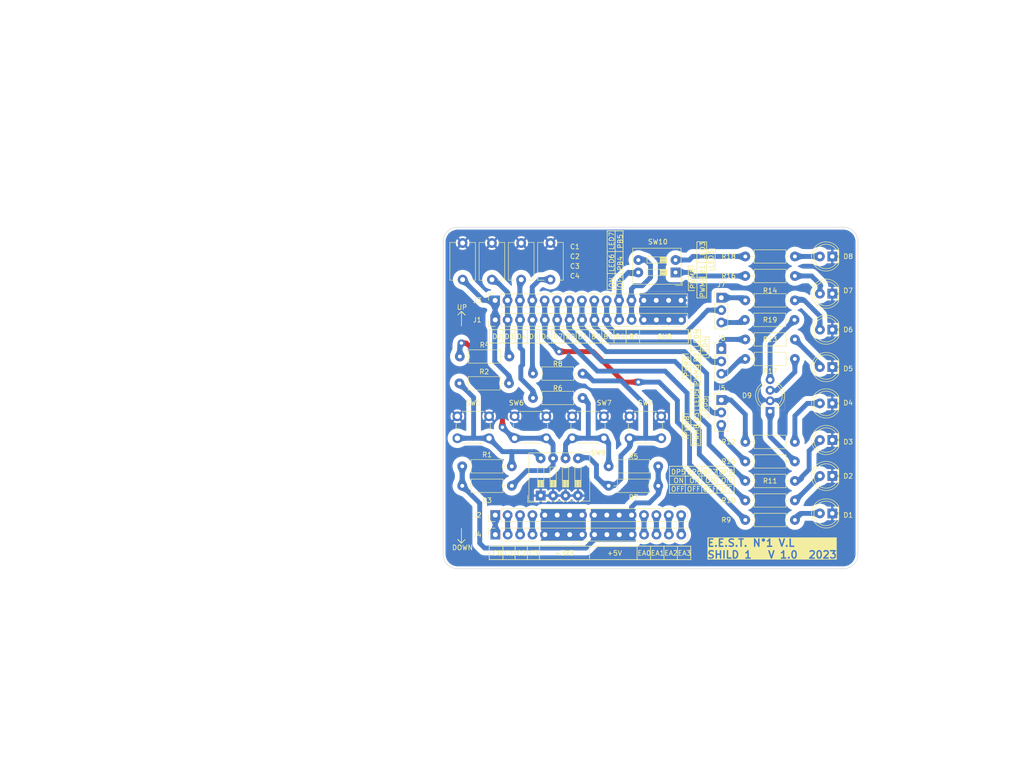
<source format=kicad_pcb>
(kicad_pcb (version 20221018) (generator pcbnew)
  (title_block (title "Shild 1") (date "2023-02-03") (rev "Rev. 2.0") (company "E.E.S.T. N°1 V.L."))
  (layers (0 "F.Cu" signal) (31 "B.Cu" signal) (34 "B.Paste" user) (35 "F.Paste" user) (36 "B.SilkS" user "B.Silkscreen") (37 "F.SilkS" user "F.Silkscreen") (38 "B.Mask" user) (39 "F.Mask" user) (44 "Edge.Cuts" user))
  (net 0 "")
  (net 1 "/PD2{slash}SW5{slash}DP5")
  (net 2 "/PD3{slash}SW6{slash}DP6")
  (net 3 "GND")
  (net 4 "/PD4{slash}SW7{slash}DP7")
  (net 5 "/PD5{slash}SW8{slash}DP8")
  (net 6 "/PD6{slash}LED0")
  (net 7 "+3.3V")
  (net 8 "/PC0")
  (net 9 "/PC1")
  (net 10 "/PC2")
  (net 11 "/PC3")
  (net 12 "+5V")
  (net 13 "/EAE0")
  (net 14 "/EAE1")
  (net 15 "/EAE2")
  (net 16 "/EAE3")
  (net 17 "/PD7{slash}LED1")
  (net 18 "/PB0{slash}LED2")
  (net 19 "/LED3")
  (net 20 "/LED4")
  (net 21 "/LED5")
  (net 22 "/LED6")
  (net 23 "/LED7")
  (net 24 "Net-(D9-RA)")
  (net 25 "Net-(D9-GA)")
  (net 26 "Net-(D9-BA)")
  (net 27 "/PB1")
  (net 28 "/PB2")
  (net 29 "/PB3")
  (net 30 "/PB4")
  (net 31 "/PB5")
  (net 32 "/PWM-R")
  (net 33 "/PWM-G")
  (net 34 "/PWM-B")
  (net 35 "/DP5")
  (net 36 "/DP6")
  (net 37 "/DP7")
  (net 38 "/DP8")
  (net 39 "Net-(D1-A)")
  (net 40 "Net-(D2-A)")
  (net 41 "Net-(D3-A)")
  (net 42 "Net-(D4-A)")
  (net 43 "Net-(D5-A)")
  (net 44 "Net-(D6-A)")
  (net 45 "Net-(D7-A)")
  (net 46 "Net-(D8-A)")
  (footprint "Button_Switch_THT:SW_DIP_SPSTx04_Slide_9.78x12.34mm_W7.62mm_P2.54mm" (layer "F.Cu") (at 137.05 125.25 90)
    (fp_text reference "SW9")
    (fp_text value "SW_DIP_x04")
  )
  (footprint "LED_THT:LED_D5.0mm-4_RGB_Wide_Pins" (layer "F.Cu") (at 184.05 107.99 90)
    (fp_text reference "D9")
    (fp_text value "LED_RKGB")
  )
  (footprint "LED_THT:LED_D5.0mm" (layer "F.Cu") (at 196.8 91.25 180)
    (fp_text reference "D6")
    (fp_text value "LED5")
  )
  (footprint "Resistor_THT:R_Axial_DIN0207_L6.3mm_D2.5mm_P10.16mm_Horizontal" (layer "F.Cu") (at 120.97 119.25)
    (fp_text reference "R1")
    (fp_text value "10K 5%")
  )
  (footprint "Resistor_THT:R_Axial_DIN0207_L6.3mm_D2.5mm_P10.16mm_Horizontal" (layer "F.Cu") (at 145.63 100.25 180)
    (fp_text reference "R8")
    (fp_text value "10k 5%")
  )
  (footprint "Resistor_THT:R_Axial_DIN0207_L6.3mm_D2.5mm_P10.16mm_Horizontal" (layer "F.Cu") (at 120.47 96.75)
    (fp_text reference "R4")
    (fp_text value "10k 5%")
  )
  (footprint "LED_THT:LED_D5.0mm" (layer "F.Cu") (at 196.8 83.88 180)
    (fp_text reference "D7")
    (fp_text value "LED6")
  )
  (footprint "Button_Switch_THT:SW_DIP_SPSTx02_Slide_9.78x7.26mm_W7.62mm_P2.54mm" (layer "F.Cu") (at 164.67 79.525 180)
    (fp_text reference "SW10")
    (fp_text value "SW_DIP_x02")
  )
  (footprint "Resistor_THT:R_Axial_DIN0207_L6.3mm_D2.5mm_P10.16mm_Horizontal" (layer "F.Cu") (at 120.39 102.25)
    (fp_text reference "R2")
    (fp_text value "10k 5%")
  )
  (footprint "LED_THT:LED_D5.0mm" (layer "F.Cu") (at 196.8 128.9 180)
    (fp_text reference "D1")
    (fp_text value "LED0")
  )
  (footprint "LED_THT:LED_D5.0mm" (layer "F.Cu") (at 196.8 121.23 180)
    (fp_text reference "D2")
    (fp_text value "LED1")
  )
  (footprint "Resistor_THT:R_Axial_DIN0207_L6.3mm_D2.5mm_P10.16mm_Horizontal" (layer "F.Cu") (at 178.97 114.25)
    (fp_text reference "R12")
    (fp_text value "220")
  )
  (footprint "Resistor_THT:R_Axial_DIN0207_L6.3mm_D2.5mm_P10.16mm_Horizontal" (layer "F.Cu") (at 178.89 89.25)
    (fp_text reference "R19")
    (fp_text value "220")
  )
  (footprint "LED_THT:LED_D5.0mm" (layer "F.Cu") (at 196.8 76.25 180)
    (fp_text reference "D8")
    (fp_text value "LED7")
  )
  (footprint "Resistor_THT:R_Axial_DIN0207_L6.3mm_D2.5mm_P10.16mm_Horizontal" (layer "F.Cu") (at 178.97 93.25)
    (fp_text reference "R13")
    (fp_text value "220")
  )
  (footprint "Connector_PinHeader_2.54mm:PinHeader_1x16_P2.54mm_Vertical" (layer "F.Cu") (at 127.73 129.25 90)
    (fp_text reference "J2")
    (fp_text value "Conn_01x16 Hembra")
  )
  (footprint "LED_THT:LED_D5.0mm" (layer "F.Cu") (at 196.8 98.92 180)
    (fp_text reference "D5")
    (fp_text value "LED4")
  )
  (footprint "Resistor_THT:R_Axial_DIN0207_L6.3mm_D2.5mm_P10.16mm_Horizontal" (layer "F.Cu") (at 178.97 130.25)
    (fp_text reference "R9")
    (fp_text value "220")
  )
  (footprint "Capacitor_THT:C_Disc_D7.5mm_W5.0mm_P7.50mm" (layer "F.Cu") (at 127.05 81 90)
    (fp_text reference "C2")
    (fp_text value "100nF poliester ")
  )
  (footprint "Connector_PinHeader_2.54mm:PinHeader_1x03_P2.54mm_Vertical" (layer "F.Cu") (at 174.05 105.67)
    (fp_text reference "J5")
    (fp_text value "Conn_01x03 Macho")
  )
  (footprint "Resistor_THT:R_Axial_DIN0207_L6.3mm_D2.5mm_P10.16mm_Horizontal" (layer "F.Cu") (at 161.13 123.25 180)
    (fp_text reference "R7")
    (fp_text value "10K 5%")
  )
  (footprint "Resistor_THT:R_Axial_DIN0207_L6.3mm_D2.5mm_P10.16mm_Horizontal" (layer "F.Cu") (at 178.97 85.25)
    (fp_text reference "R14")
    (fp_text value "220")
  )
  (footprint "Resistor_THT:R_Axial_DIN0207_L6.3mm_D2.5mm_P10.16mm_Horizontal" (layer "F.Cu") (at 178.97 97.25)
    (fp_text reference "R17")
    (fp_text value "220")
  )
  (footprint "Resistor_THT:R_Axial_DIN0207_L6.3mm_D2.5mm_P10.16mm_Horizontal" (layer "F.Cu") (at 161.13 119.25 180)
    (fp_text reference "R5")
    (fp_text value "10K 5%")
  )
  (footprint "Connector_PinHeader_2.54mm:PinHeader_1x16_P2.54mm_Vertical" (layer "F.Cu") (at 127.73 89.25 90)
    (fp_text reference "J1")
    (fp_text value "Conn_01x16 Hembra")
  )
  (footprint "Resistor_THT:R_Axial_DIN0207_L6.3mm_D2.5mm_P10.16mm_Horizontal" (layer "F.Cu") (at 145.63 105.25 180)
    (fp_text reference "R6")
    (fp_text value "10k 5%")
  )
  (footprint "Resistor_THT:R_Axial_DIN0207_L6.3mm_D2.5mm_P10.16mm_Horizontal" (layer "F.Cu") (at 178.97 118.25)
    (fp_text reference "R15")
    (fp_text value "220")
  )
  (footprint "Button_Switch_THT:SW_PUSH_6mm_H8mm" (layer "F.Cu") (at 119.97 109)
    (fp_text reference "SW5")
    (fp_text value "SW_Push")
  )
  (footprint "Resistor_THT:R_Axial_DIN0207_L6.3mm_D2.5mm_P10.16mm_Horizontal" (layer "F.Cu") (at 120.97 123.25)
    (fp_text reference "R3")
    (fp_text value "10K 5%")
  )
  (footprint "Capacitor_THT:C_Disc_D7.5mm_W5.0mm_P7.50mm" (layer "F.Cu") (at 139.05 81 90)
    (fp_text reference "C4")
    (fp_text value "100nF poliester ")
  )
  (footprint "Connector_PinHeader_2.54mm:PinHeader_1x03_P2.54mm_Vertical" (layer "F.Cu") (at 174.05 95.21)
    (fp_text reference "J6")
    (fp_text value "Conn_01x03 Macho")
  )
  (footprint "Resistor_THT:R_Axial_DIN0207_L6.3mm_D2.5mm_P10.16mm_Horizontal" (layer "F.Cu") (at 178.97 122.25)
    (fp_text reference "R11")
    (fp_text value "220")
  )
  (footprint "Connector_PinSocket_2.54mm:PinSocket_1x16_P2.54mm_Vertical" (layer "F.Cu") (at 127.7 85.25 90)
    (fp_text reference "J3")
    (fp_text value "Conn_01x16 Hembra")
  )
  (footprint "Resistor_THT:R_Axial_DIN0207_L6.3mm_D2.5mm_P10.16mm_Horizontal" (layer "F.Cu") (at 178.97 76.25)
    (fp_text reference "R18")
    (fp_text value "220")
  )
  (footprint "Button_Switch_THT:SW_PUSH_6mm_H8mm" (layer "F.Cu") (at 131.7 109)
    (fp_text reference "SW6")
    (fp_text value "SW_Push")
  )
  (footprint "Resistor_THT:R_Axial_DIN0207_L6.3mm_D2.5mm_P10.16mm_Horizontal" (layer "F.Cu") (at 178.97 80.25)
    (fp_text reference "R16")
    (fp_text value "220")
  )
  (footprint "Connector_PinHeader_2.54mm:PinHeader_1x03_P2.54mm_Vertical" (layer "F.Cu") (at 174.05 84.71)
    (fp_text reference "J7")
    (fp_text value "Conn_01x03 Macho")
  )
  (footprint "Capacitor_THT:C_Disc_D7.5mm_W5.0mm_P7.50mm" (layer "F.Cu") (at 121.05 81 90)
    (fp_text reference "C1")
    (fp_text value "100nF poliester ")
  )
  (footprint "LED_THT:LED_D5.0mm" (layer "F.Cu") (at 196.8 113.86 180)
    (fp_text reference "D3")
    (fp_text value "LED2")
  )
  (footprint "Resistor_THT:R_Axial_DIN0207_L6.3mm_D2.5mm_P10.16mm_Horizontal" (layer "F.Cu") (at 178.97 126.25)
    (fp_text reference "R10")
    (fp_text value "220")
  )
  (footprint "LED_THT:LED_D5.0mm" (layer "F.Cu") (at 196.8 106.36 180)
    (fp_text reference "D4")
    (fp_text value "LED3")
  )
  (footprint "Button_Switch_THT:SW_PUSH_6mm_H8mm" (layer "F.Cu") (at 155.25 109)
    (fp_text reference "SW8")
    (fp_text value "SW_Push")
  )
  (footprint "Button_Switch_THT:SW_PUSH_6mm_H8mm" (layer "F.Cu") (at 143.5 109)
    (fp_text reference "SW7")
    (fp_text value "SW_Push")
  )
  (footprint "Capacitor_THT:C_Disc_D7.5mm_W5.0mm_P7.50mm" (layer "F.Cu") (at 133.05 81 90)
    (fp_text reference "C3")
    (fp_text value "100nF poliester ")
  )
  (footprint "Connector_PinSocket_2.54mm:PinSocket_1x16_P2.54mm_Vertical" (layer "F.Cu") (at 127.75 133.25 90)
    (fp_text reference "J4")
    (fp_text value "Conn_01x16 Hembra")
  )
  (gr_line (start 171.55 109.25) (end 170.3 109.25) (stroke (width 0.15)) (layer "F.SilkS"))
  (gr_line (start 153.925 71) (end 150.675 71) (stroke (width 0.15)) (layer "F.SilkS"))
  (gr_line (start 167.3 101.25) (end 166.05 101.25) (stroke (width 0.15)) (layer "F.SilkS"))
  (gr_line (start 169.8 91.25) (end 169.8 102.75) (stroke (width 0.15)) (layer "F.SilkS"))
  (gr_line (start 172.8 79) (end 171.55 79) (stroke (width 0.15)) (layer "F.SilkS"))
  (gr_line (start 167.8 95.5) (end 169.8 95.5) (stroke (width 0.15)) (layer "F.SilkS"))
  (gr_line (start 149.55 94) (end 149.55 91.25) (stroke (width 0.15)) (layer "F.SilkS"))
  (gr_line (start 159.55 138.375) (end 159.55 135.625) (stroke (width 0.15)) (layer "F.SilkS"))
  (gr_line (start 171.05 73.25) (end 171.05 84.75) (stroke (width 0.15)) (layer "F.SilkS"))
  (gr_line (start 167.8 98.5) (end 169.8 98.5) (stroke (width 0.15)) (layer "F.SilkS"))
  (gr_line (start 150.675 71) (end 150.675 83) (stroke (width 0.15)) (layer "F.SilkS"))
  (gr_line (start 134.3 94) (end 134.3 91.25) (stroke (width 0.15)) (layer "F.SilkS"))
  (gr_line (start 129.3 94) (end 129.3 91.25) (stroke (width 0.15)) (layer "F.SilkS"))
  (gr_line (start 167.3 113.5) (end 166.05 113.5) (stroke (width 0.15)) (layer "F.SilkS"))
  (gr_line (start 154.55 94) (end 154.55 91.25) (stroke (width 0.15)) (layer "F.SilkS"))
  (gr_line (start 136.8 94) (end 136.8 91.25) (stroke (width 0.15)) (layer "F.SilkS"))
  (gr_line (start 126.55 91.25) (end 167.3 91.25) (stroke (width 0.15)) (layer "F.SilkS"))
  (gr_line (start 167.8 91.25) (end 169.8 91.25) (stroke (width 0.15)) (layer "F.SilkS"))
  (gr_line (start 169.05 80.5) (end 171.05 80.5) (stroke (width 0.15)) (layer "F.SilkS"))
  (gr_line (start 167.3 83.25) (end 167.3 78.25) (stroke (width 0.15)) (layer "F.SilkS"))
  (gr_line (start 120.05 134.25) (end 120.8 135) (stroke (width 0.15)) (layer "F.SilkS"))
  (gr_line (start 169.8 115) (end 167.8 115) (stroke (width 0.15)) (layer "F.SilkS"))
  (gr_line (start 167.8 115) (end 167.8 103.5) (stroke (width 0.15)) (layer "F.SilkS"))
  (gr_line (start 167.8 135.625) (end 167.8 138.375) (stroke (width 0.15)) (layer "F.SilkS"))
  (gr_line (start 167.3 78.25) (end 168.55 78.25) (stroke (width 0.15)) (layer "F.SilkS"))
  (gr_line (start 156.8 138.375) (end 156.8 135.625) (stroke (width 0.15)) (layer "F.SilkS"))
  (gr_line (start 150.675 83) (end 153.925 83) (stroke (width 0.15)) (layer "F.SilkS"))
  (gr_line (start 153.925 79.75) (end 150.675 79.75) (stroke (width 0.15)) (layer "F.SilkS"))
  (gr_line (start 172.8 74.75) (end 172.8 79) (stroke (width 0.15)) (layer "F.SilkS"))
  (gr_line (start 171.55 92.75) (end 171.55 97) (stroke (width 0.15)) (layer "F.SilkS"))
  (gr_line (start 121.55 88.25) (end 120.8 87.5) (stroke (width 0.15)) (layer "F.SilkS"))
  (gr_line (start 171.05 84.75) (end 169.05 84.75) (stroke (width 0.15)) (layer "F.SilkS"))
  (gr_line (start 163.425 119.25) (end 163.425 124.75) (stroke (width 0.15)) (layer "F.SilkS"))
  (gr_line (start 126.5 138.4) (end 126.5 135.65) (stroke (width 0.15)) (layer "F.SilkS"))
  (gr_line (start 167.3 94) (end 126.55 94) (stroke (width 0.15)) (layer "F.SilkS"))
  (gr_line (start 167.8 110.75) (end 169.8 110.75) (stroke (width 0.15)) (layer "F.SilkS"))
  (gr_line (start 176.675 124.75) (end 176.675 119.25) (stroke (width 0.15)) (layer "F.SilkS"))
  (gr_line (start 166.05 101.25) (end 166.05 96.25) (stroke (width 0.15)) (layer "F.SilkS"))
  (gr_line (start 170.3 105) (end 171.55 105) (stroke (width 0.15)) (layer "F.SilkS"))
  (gr_line (start 162.3 138.375) (end 162.3 135.625) (stroke (width 0.15)) (layer "F.SilkS"))
  (gr_line (start 167.3 91.25) (end 167.3 94) (stroke (width 0.15)) (layer "F.SilkS"))
  (gr_line (start 166.05 96.25) (end 167.3 96.25) (stroke (width 0.15)) (layer "F.SilkS"))
  (gr_line (start 169.05 84.75) (end 169.05 73.25) (stroke (width 0.15)) (layer "F.SilkS"))
  (gr_line (start 134.3 138.375) (end 134.3 135.625) (stroke (width 0.15)) (layer "F.SilkS"))
  (gr_line (start 126.5 93.975) (end 126.5 91.225) (stroke (width 0.15)) (layer "F.SilkS"))
  (gr_line (start 141.8 94) (end 141.8 91.25) (stroke (width 0.15)) (layer "F.SilkS"))
  (gr_line (start 171.55 74.75) (end 172.8 74.75) (stroke (width 0.15)) (layer "F.SilkS"))
  (gr_line (start 152.3 83) (end 152.3 71) (stroke (width 0.15)) (layer "F.SilkS"))
  (gr_line (start 131.8 94) (end 131.8 91.25) (stroke (width 0.15)) (layer "F.SilkS"))
  (gr_line (start 167.8 107.75) (end 169.8 107.75) (stroke (width 0.15)) (layer "F.SilkS"))
  (gr_line (start 166.675 124.75) (end 166.675 119.25) (stroke (width 0.15)) (layer "F.SilkS"))
  (gr_line (start 163.425 124.75) (end 176.675 124.75) (stroke (width 0.15)) (layer "F.SilkS"))
  (gr_line (start 166.05 113.5) (end 166.05 108.5) (stroke (width 0.15)) (layer "F.SilkS"))
  (gr_line (start 173.175 124.75) (end 173.175 119.25) (stroke (width 0.15)) (layer "F.SilkS"))
  (gr_line (start 176.675 119.25) (end 163.425 119.25) (stroke (width 0.15)) (layer "F.SilkS"))
  (gr_line (start 165.05 138.375) (end 165.05 135.625) (stroke (width 0.15)) (layer "F.SilkS"))
  (gr_line (start 167.8 103.5) (end 169.8 103.5) (stroke (width 0.15)) (layer "F.SilkS"))
  (gr_line (start 170.05 124.75) (end 170.05 119.25) (stroke (width 0.15)) (layer "F.SilkS"))
  (gr_line (start 163.425 123) (end 176.675 123) (stroke (width 0.15)) (layer "F.SilkS"))
  (gr_line (start 120.8 87.5) (end 121.55 88.25) (stroke (width 0.15)) (layer "F.SilkS"))
  (gr_line (start 163.425 121.25) (end 176.675 121.25) (stroke (width 0.15)) (layer "F.SilkS"))
  (gr_line (start 166.05 108.5) (end 167.3 108.5) (stroke (width 0.15)) (layer "F.SilkS"))
  (gr_line (start 139.3 94) (end 139.3 91.25) (stroke (width 0.15)) (layer "F.SilkS"))
  (gr_line (start 167.8 138.375) (end 126.55 138.375) (stroke (width 0.15)) (layer "F.SilkS"))
  (gr_line (start 157.3 94) (end 157.3 91.25) (stroke (width 0.15)) (layer "F.SilkS"))
  (gr_line (start 169.05 73.25) (end 171.05 73.25) (stroke (width 0.15)) (layer "F.SilkS"))
  (gr_line (start 129.3 138.375) (end 129.3 135.625) (stroke (width 0.15)) (layer "F.SilkS"))
  (gr_line (start 144.3 94) (end 144.3 91.25) (stroke (width 0.15)) (layer "F.SilkS"))
  (gr_line (start 168.55 83.25) (end 167.3 83.25) (stroke (width 0.15)) (layer "F.SilkS"))
  (gr_line (start 126.55 135.625) (end 167.8 135.625) (stroke (width 0.15)) (layer "F.SilkS"))
  (gr_line (start 167.8 102.75) (end 167.8 91.25) (stroke (width 0.15)) (layer "F.SilkS"))
  (gr_line (start 120.8 135) (end 121.55 134.25) (stroke (width 0.15)) (layer "F.SilkS"))
  (gr_line (start 120.8 87.5) (end 120.05 88.25) (stroke (width 0.15)) (layer "F.SilkS"))
  (gr_line (start 171.55 105) (end 171.55 109.25) (stroke (width 0.15)) (layer "F.SilkS"))
  (gr_line (start 131.8 138.375) (end 131.8 135.625) (stroke (width 0.15)) (layer "F.SilkS"))
  (gr_line (start 136.8 138.375) (end 136.8 135.625) (stroke (width 0.15)) (layer "F.SilkS"))
  (gr_line (start 169.8 102.75) (end 167.8 102.75) (stroke (width 0.15)) (layer "F.SilkS"))
  (gr_line (start 169.05 77.5) (end 171.05 77.5) (stroke (width 0.15)) (layer "F.SilkS"))
  (gr_line (start 153.925 83) (end 153.925 71) (stroke (width 0.15)) (layer "F.SilkS"))
  (gr_line (start 153.925 75.25) (end 150.675 75.25) (stroke (width 0.15)) (layer "F.SilkS"))
  (gr_line (start 152.05 94) (end 152.05 91.25) (stroke (width 0.15)) (layer "F.SilkS"))
  (gr_line (start 169.8 103.5) (end 169.8 115) (stroke (width 0.15)) (layer "F.SilkS"))
  (gr_line (start 120.8 90.5) (end 120.8 87.5) (stroke (width 0.15)) (layer "F.SilkS"))
  (gr_line (start 147.05 135.625) (end 147.05 138.125) (stroke (width 0.15)) (layer "F.SilkS"))
  (gr_line (start 120.8 135) (end 120.05 134.25) (stroke (width 0.15)) (layer "F.SilkS"))
  (gr_line (start 171.55 97) (end 170.3 97) (stroke (width 0.15)) (layer "F.SilkS"))
  (gr_line (start 120.8 135) (end 120.8 132) (stroke (width 0.15)) (layer "F.SilkS"))
  (gr_line (start 170.3 92.75) (end 171.55 92.75) (stroke (width 0.15)) (layer "F.SilkS"))
  (gr_line (start 147.05 91.25) (end 147.05 94) (stroke (width 0.15)) (layer "F.SilkS"))
  (gr_line (start 202.05 73.25) (end 202.05 137.25) (stroke (width 0.1)) (layer "Edge.Cuts"))
  (gr_arc (start 120.05 140.25) (mid 117.92868 139.37132) (end 117.05 137.25) (stroke (width 0.1)) (layer "Edge.Cuts"))
  (gr_arc (start 202.05 137.25) (mid 201.17132 139.37132) (end 199.05 140.25) (stroke (width 0.1)) (layer "Edge.Cuts"))
  (gr_line (start 117.05 137.25) (end 117.05 73.25) (stroke (width 0.1)) (layer "Edge.Cuts"))
  (gr_arc (start 199.05 70.25) (mid 201.17132 71.12868) (end 202.05 73.25) (stroke (width 0.1)) (layer "Edge.Cuts"))
  (gr_line (start 199.05 140.25) (end 120.05 140.25) (stroke (width 0.1)) (layer "Edge.Cuts"))
  (gr_arc (start 117.05 73.25) (mid 117.92868 71.12868) (end 120.05 70.25) (stroke (width 0.1)) (layer "Edge.Cuts"))
  (gr_line (start 120.05 70.25) (end 199.05 70.25) (stroke (width 0.1)) (layer "Edge.Cuts"))
  (gr_text "+3V3" (at 139.8 137.625) (layer "F.SilkS") (effects (font (size 1 1)) (justify left bottom)))
  (gr_text "B1" (at 170.8 80 90) (layer "F.SilkS") (effects (font (size 1 1)) (justify left bottom)))
  (gr_text "EA1" (at 159.55 137.625) (layer "F.SilkS") (effects (font (size 1 1)) (justify left bottom)))
  (gr_text "OFF" (at 153.925 82.75 90) (layer "F.SilkS") (effects (font (size 1 1)) (justify left bottom)))
  (gr_text "B4" (at 152.3 93.25) (layer "F.SilkS") (effects (font (size 1 1)) (justify left bottom)))
  (gr_text "C3" (at 134.55 137.625) (layer "F.SilkS") (effects (font (size 1 1)) (justify left bottom)))
  (gr_text "EA2" (at 162.3 137.625) (layer "F.SilkS") (effects (font (size 1 1)) (justify left bottom)))
  (gr_text "D4" (at 132.05 93.25) (layer "F.SilkS") (effects (font (size 1 1)) (justify left bottom)))
  (gr_text "ON" (at 164.175 122.75) (layer "F.SilkS") (effects (font (size 1 1)) (justify left bottom)))
  (gr_text "OFF" (at 166.925 124.5) (layer "F.SilkS") (effects (font (size 1 1)) (justify left bottom)))
  (gr_text "D3" (at 129.55 93.25) (layer "F.SilkS") (effects (font (size 1 1)) (justify left bottom)))
  (gr_text "ON" (at 152.175 82.75 90) (layer "F.SilkS") (effects (font (size 1 1)) (justify left bottom)))
  (gr_text "PWMR" (at 170.8 84.75 90) (layer "F.SilkS") (effects (font (size 1 1)) (justify left bottom)))
  (gr_text "EA3" (at 165.05 137.625) (layer "F.SilkS") (effects (font (size 1 1)) (justify left bottom)))
  (gr_text "DP5" (at 163.675 121) (layer "F.SilkS") (effects (font (size 1 1)) (justify left bottom)))
  (gr_text "PWMR" (at 168.8 83 90) (layer "F.SilkS") (effects (font (size 1 1)) (justify left bottom)))
  (gr_text "LED4" (at 169.55 95 90) (layer "F.SilkS") (effects (font (size 1 1)) (justify left bottom)))
  (gr_text "B3" (at 169.55 110.25 90) (layer "F.SilkS") (effects (font (size 1 1)) (justify left bottom)))
  (gr_text "OFF" (at 173.425 124.5) (layer "F.SilkS") (effects (font (size 1 1)) (justify left bottom)))
  (gr_text "D2" (at 127.05 93.25) (layer "F.SilkS") (effects (font (size 1 1)) (justify left bottom)))
  (gr_text "LED3" (at 172.55 78.75 90) (layer "F.SilkS") (effects (font (size 1 1)) (justify left bottom)))
  (gr_text "DOWN" (at 118.8 136.5) (layer "F.SilkS") (effects (font (size 1 1)) (justify left bottom)))
  (gr_text "C2" (at 132.05 137.625) (layer "F.SilkS") (effects (font (size 1 1)) (justify left bottom)))
  (gr_text "C0" (at 127.05 137.625) (layer "F.SilkS") (effects (font (size 1 1)) (justify left bottom)))
  (gr_text "ON" (at 170.675 122.75) (layer "F.SilkS") (effects (font (size 1 1)) (justify left bottom)))
  (gr_text "UP" (at 119.8 87.25) (layer "F.SilkS") (effects (font (size 1 1)) (justify left bottom)))
  (gr_text "+5V" (at 150.55 137.625) (layer "F.SilkS") (effects (font (size 1 1)) (justify left bottom)))
  (gr_text "LED3" (at 170.8 77 90) (layer "F.SilkS") (effects (font (size 1 1)) (justify left bottom)))
  (gr_text "B2" (at 169.55 98 90) (layer "F.SilkS") (effects (font (size 1 1)) (justify left bottom)))
  (gr_text "DP8" (at 173.425 121) (layer "F.SilkS") (effects (font (size 1 1)) (justify left bottom)))
  (gr_text "D6" (at 137.05 93.25) (layer "F.SilkS") (effects (font (size 1 1)) (justify left bottom)))
  (gr_text "PB5" (at 153.925 74.75 90) (layer "F.SilkS") (effects (font (size 1 1)) (justify left bottom)))
  (gr_text "E.E.S.T. N°1 V.L\nSHILD 1   V 1.0  2023" (at 171.05 138.25) (layer "F.SilkS" knockout) (effects (font (size 1.5 1.5) (thickness 0.3) bold) (justify left bottom)))
  (gr_text "DP7" (at 170.175 121) (layer "F.SilkS") (effects (font (size 1 1)) (justify left bottom)))
  (gr_text "LED7" (at 152.175 75 90) (layer "F.SilkS") (effects (font (size 1 1)) (justify left bottom)))
  (gr_text "LED5" (at 171.3 109 90) (layer "F.SilkS") (effects (font (size 1 1)) (justify left bottom)))
  (gr_text "PWMB" (at 167.55 113.25 90) (layer "F.SilkS") (effects (font (size 1 1)) (justify left bottom)))
  (gr_text "OFF" (at 170.175 124.5) (layer "F.SilkS") (effects (font (size 1 1)) (justify left bottom)))
  (gr_text "B1" (at 144.55 93.25) (layer "F.SilkS") (effects (font (size 1 1)) (justify left bottom)))
  (gr_text "PWMG" (at 169.55 102.75 90) (layer "F.SilkS") (effects (font (size 1 1)) (justify left bottom)))
  (gr_text "EA0" (at 156.8 137.625) (layer "F.SilkS") (effects (font (size 1 1)) (justify left bottom)))
  (gr_text "PWMG" (at 167.55 101 90) (layer "F.SilkS") (effects (font (size 1 1)) (justify left bottom)))
  (gr_text "ON" (at 167.425 122.75) (layer "F.SilkS") (effects (font (size 1 1)) (justify left bottom)))
  (gr_text "LED6" (at 152.175 79.5 90) (layer "F.SilkS") (effects (font (size 1 1)) (justify left bottom)))
  (gr_text "C1" (at 129.55 137.625) (layer "F.SilkS") (effects (font (size 1 1)) (justify left bottom)))
  (gr_text "LED4" (at 171.3 96.75 90) (layer "F.SilkS") (effects (font (size 1 1)) (justify left bottom)))
  (gr_text "PB4" (at 153.925 79.25 90) (layer "F.SilkS") (effects (font (size 1 1)) (justify left bottom)))
  (gr_text "DP6" (at 166.925 121) (layer "F.SilkS") (effects (font (size 1 1)) (justify left bottom)))
  (gr_text "B5" (at 155.05 93.25) (layer "F.SilkS") (effects (font (size 1 1)) (justify left bottom)))
  (gr_text "D5" (at 134.55 93.25) (layer "F.SilkS") (effects (font (size 1 1)) (justify left bottom)))
  (gr_text "B2" (at 147.3 93.25) (layer "F.SilkS") (effects (font (size 1 1)) (justify left bottom)))
  (gr_text "OFF" (at 163.675 124.5) (layer "F.SilkS") (effects (font (size 1 1)) (justify left bottom)))
  (gr_text "B3" (at 149.8 93.25) (layer "F.SilkS") (effects (font (size 1 1)) (justify left bottom)))
  (gr_text "D7" (at 139.55 93.25) (layer "F.SilkS") (effects (font (size 1 1)) (justify left bottom)))
  (gr_text "PWMB" (at 169.55 115 90) (layer "F.SilkS") (effects (font (size 1 1)) (justify left bottom)))
  (gr_text "GND" (at 160.8 93.25) (layer "F.SilkS") (effects (font (size 1 1)) (justify left bottom)))
  (gr_text "B0" (at 142.05 93.25) (layer "F.SilkS") (effects (font (size 1 1)) (justify left bottom)))
  (gr_text "ON" (at 173.925 122.75) (layer "F.SilkS") (effects (font (size 1 1)) (justify left bottom)))
  (gr_text "LED5" (at 169.55 107.25 90) (layer "F.SilkS") (effects (font (size 1 1)) (justify left bottom)))
  (segment (start 127.7 85.25) (end 125.3 85.25) (width 1) (layer "B.Cu") (net 1))
  (segment (start 127.7 85.25) (end 127.7 89.22) (width 1) (layer "B.Cu") (net 1))
  (segment (start 125.3 85.25) (end 121.05 81) (width 1) (layer "B.Cu") (net 1))
  (segment (start 127.63 97.785534) (end 130.55 100.705534) (width 1) (layer "B.Cu") (net 1))
  (segment (start 130.55 100.705534) (end 130.55 102.25) (width 1) (layer "B.Cu") (net 1))
  (segment (start 127.7 89.22) (end 127.73 89.25) (width 1) (layer "B.Cu") (net 1))
  (segment (start 127.73 89.25) (end 127.63 89.35) (width 1) (layer "B.Cu") (net 1))
  (segment (start 127.63 89.35) (end 127.63 97.785534) (width 1) (layer "B.Cu") (net 1))
  (segment (start 130.24 85.25) (end 130.24 89.22) (width 1) (layer "B.Cu") (net 2))
  (segment (start 130.27 89.25) (end 130.27 96.39) (width 1) (layer "B.Cu") (net 2))
  (segment (start 130.24 85.25) (end 130.24 83.615) (width 1) (layer "B.Cu") (net 2))
  (segment (start 130.24 89.22) (end 130.27 89.25) (width 1) (layer "B.Cu") (net 2))
  (segment (start 127.625 81) (end 127.05 81) (width 1) (layer "B.Cu") (net 2))
  (segment (start 130.24 83.615) (end 127.625 81) (width 1) (layer "B.Cu") (net 2))
  (segment (start 130.27 96.39) (end 130.63 96.75) (width 1) (layer "B.Cu") (net 2))
  (segment (start 130.13 96.75) (end 130.27 96.61) (width 1) (layer "B.Cu") (net 2))
  (segment (start 196.8 113.86) (end 196.8 113.9) (width 1) (layer "B.Cu") (net 3))
  (segment (start 160.75 89.25) (end 160.72 89.22) (width 1) (layer "B.Cu") (net 3))
  (segment (start 165.8 85.25) (end 165.8 89.22) (width 1) (layer "B.Cu") (net 3))
  (segment (start 196.8 113.9) (end 196.7 114) (width 1) (layer "B.Cu") (net 3))
  (segment (start 158.18 89.22) (end 158.21 89.25) (width 1) (layer "B.Cu") (net 3))
  (segment (start 163.29 89.25) (end 165.83 89.25) (width 1) (layer "B.Cu") (net 3))
  (segment (start 160.72 89.22) (end 160.72 85.25) (width 1) (layer "B.Cu") (net 3))
  (segment (start 163.26 89.22) (end 163.29 89.25) (width 1) (layer "B.Cu") (net 3))
  (segment (start 158.21 89.25) (end 160.75 89.25) (width 1) (layer "B.Cu") (net 3))
  (segment (start 163.26 85.25) (end 165.8 85.25) (width 1) (layer "B.Cu") (net 3))
  (segment (start 160.72 85.25) (end 158.18 85.25) (width 1) (layer "B.Cu") (net 3))
  (segment (start 158.18 85.25) (end 158.18 89.22) (width 1) (layer "B.Cu") (net 3))
  (segment (start 163.26 85.25) (end 163.26 89.22) (width 1) (layer "B.Cu") (net 3))
  (segment (start 165.8 89.22) (end 165.83 89.25) (width 1) (layer "B.Cu") (net 3))
  (segment (start 160.75 89.25) (end 163.29 89.25) (width 1) (layer "B.Cu") (net 3))
  (segment (start 160.72 85.25) (end 163.26 85.25) (width 1) (layer "B.Cu") (net 3))
  (segment (start 132.78 85.25) (end 132.78 89.22) (width 1) (layer "B.Cu") (net 4))
  (segment (start 132.78 85.25) (end 132.78 81.27) (width 1) (layer "B.Cu") (net 4))
  (segment (start 132.81 94.96) (end 133.35 95.5) (width 1) (layer "B.Cu") (net 4))
  (segment (start 132.81 89.25) (end 132.81 94.96) (width 1) (layer "B.Cu") (net 4))
  (segment (start 133.35 98.45) (end 132.97 98.83) (width 1) (layer "B.Cu") (net 4))
  (segment (start 132.97 101.285534) (end 135.47 103.785534) (width 1) (layer "B.Cu") (net 4))
  (segment (start 132.97 98.83) (end 132.97 101.285534) (width 1) (layer "B.Cu") (net 4))
  (segment (start 133.35 95.5) (end 133.35 98.45) (width 1) (layer "B.Cu") (net 4))
  (segment (start 132.78 81.27) (end 133.05 81) (width 1) (layer "B.Cu") (net 4))
  (segment (start 132.78 89.22) (end 132.81 89.25) (width 1) (layer "B.Cu") (net 4))
  (segment (start 135.47 103.785534) (end 135.47 105.25) (width 1) (layer "B.Cu") (net 4))
  (segment (start 135.35 89.25) (end 135.35 100.13) (width 1) (layer "B.Cu") (net 5))
  (segment (start 135.32 85.25) (end 135.32 89.22) (width 1) (layer "B.Cu") (net 5))
  (segment (start 135.32 89.22) (end 135.35 89.25) (width 1) (layer "B.Cu") (net 5))
  (segment (start 135.32 82.48) (end 136.8 81) (width 1) (layer "B.Cu") (net 5))
  (segment (start 135.32 85.25) (end 135.32 82.48) (width 1) (layer "B.Cu") (net 5))
  (segment (start 136.8 81) (end 139.05 81) (width 1) (layer "B.Cu") (net 5))
  (segment (start 135.35 100.13) (end 135.47 100.25) (width 1) (layer "B.Cu") (net 5))
  (segment (start 157.05 101.9995) (end 154.0495 101.9995) (width 1) (layer "F.Cu") (net 6))
  (segment (start 154.0495 101.9995) (end 147.8 95.75) (width 1) (layer "F.Cu") (net 6))
  (segment (start 147.8 95.75) (end 140.8 95.75) (width 1) (layer "F.Cu") (net 6))
  (via (at 140.8 95.75) (size 1.5) (drill 0.7) (layers "F.Cu" "B.Cu") (net 6))
  (via (at 157.05 101.9995) (size 1.5) (drill 0.7) (layers "F.Cu" "B.Cu") (net 6))
  (segment (start 165.05 110.195282) (end 167.55 112.695282) (width 1) (layer "B.Cu") (net 6))
  (segment (start 137.89 92.84) (end 137.89 89.25) (width 1) (layer "B.Cu") (net 6))
  (segment (start 137.86 89.22) (end 137.89 89.25) (width 1) (layer "B.Cu") (net 6))
  (segment (start 157.05 101.9995) (end 161.2995 101.9995) (width 1) (layer "B.Cu") (net 6))
  (segment (start 165.05 105.75) (end 165.05 110.195282) (width 1) (layer "B.Cu") (net 6))
  (segment (start 140.8 95.75) (end 137.89 92.84) (width 1) (layer "B.Cu") (net 6))
  (segment (start 137.86 85.25) (end 137.86 89.22) (width 1) (layer "B.Cu") (net 6))
  (segment (start 167.55 118.83) (end 178.97 130.25) (width 1) (layer "B.Cu") (net 6))
  (segment (start 167.55 112.695282) (end 167.55 118.83) (width 1) (layer "B.Cu") (net 6))
  (segment (start 161.2995 101.9995) (end 165.05 105.75) (width 1) (layer "B.Cu") (net 6))
  (segment (start 145.51 129.25) (end 145.51 133.23) (width 1) (layer "B.Cu") (net 7))
  (segment (start 145.53 133.25) (end 142.99 133.25) (width 1) (layer "B.Cu") (net 7))
  (segment (start 140.43 129.25) (end 142.97 129.25) (width 1) (layer "B.Cu") (net 7))
  (segment (start 137.89 129.25) (end 137.89 133.23) (width 1) (layer "B.Cu") (net 7))
  (segment (start 142.99 133.25) (end 140.45 133.25) (width 1) (layer "B.Cu") (net 7))
  (segment (start 142.97 129.25) (end 142.97 133.23) (width 1) (layer "B.Cu") (net 7))
  (segment (start 137.91 133.25) (end 140.45 133.25) (width 1) (layer "B.Cu") (net 7))
  (segment (start 142.97 129.25) (end 145.51 129.25) (width 1) (layer "B.Cu") (net 7))
  (segment (start 137.89 129.25) (end 140.43 129.25) (width 1) (layer "B.Cu") (net 7))
  (segment (start 140.43 129.25) (end 140.43 133.23) (width 1) (layer "B.Cu") (net 7))
  (segment (start 127.73 129.25) (end 127.73 133.23) (width 1) (layer "B.Cu") (net 8))
  (segment (start 130.27 129.25) (end 130.27 133.23) (width 1) (layer "B.Cu") (net 9))
  (segment (start 132.81 129.25) (end 132.81 133.23) (width 1) (layer "B.Cu") (net 10))
  (segment (start 135.35 129.25) (end 135.35 133.23) (width 1) (layer "B.Cu") (net 11))
  (segment (start 148.05 129.25) (end 150.59 129.25) (width 1) (layer "B.Cu") (net 12))
  (segment (start 148.07 133.25) (end 148.07 134.245534) (width 1) (layer "B.Cu") (net 12))
  (segment (start 150.61 133.25) (end 153.15 133.25) (width 1) (layer "B.Cu") (net 12))
  (segment (start 150.59 129.25) (end 150.59 133.23) (width 1) (layer "B.Cu") (net 12))
  (segment (start 148.07 134.245534) (end 146.315534 136) (width 1) (layer "B.Cu") (net 12))
  (segment (start 124.55 126.83) (end 120.97 123.25) (width 1) (layer "B.Cu") (net 12))
  (segment (start 155.67 129.25) (end 155.67 133.23) (width 1) (layer "B.Cu") (net 12))
  (segment (start 124.55 135) (end 124.55 126.83) (width 1) (layer "B.Cu") (net 12))
  (segment (start 153.13 129.25) (end 150.59 129.25) (width 1) (layer "B.Cu") (net 12))
  (segment (start 146.315534 136) (end 125.55 136) (width 1) (layer "B.Cu") (net 12))
  (segment (start 159.3 126.75) (end 156.55 126.75) (width 1) (layer "B.Cu") (net 12))
  (segment (start 120.97 119.25) (end 120.97 123.25) (width 1) (layer "B.Cu") (net 12))
  (segment (start 161.13 123.25) (end 161.13 124.92) (width 1) (layer "B.Cu") (net 12))
  (segment (start 125.55 136) (end 124.55 135) (width 1) (layer "B.Cu") (net 12))
  (segment (start 153.15 133.25) (end 155.69 133.25) (width 1) (layer "B.Cu") (net 12))
  (segment (start 148.07 133.25) (end 150.61 133.25) (width 1) (layer "B.Cu") (net 12))
  (segment (start 155.67 127.63) (end 155.67 129.25) (width 1) (layer "B.Cu") (net 12))
  (segment (start 153.13 129.25) (end 153.13 133.23) (width 1) (layer "B.Cu") (net 12))
  (segment (start 161.13 124.92) (end 159.3 126.75) (width 1) (layer "B.Cu") (net 12))
  (segment (start 161.13 119.25) (end 161.13 123.25) (width 1) (layer "B.Cu") (net 12))
  (segment (start 148.05 129.25) (end 148.05 133.23) (width 1) (layer "B.Cu") (net 12))
  (segment (start 155.67 129.25) (end 153.13 129.25) (width 1) (layer "B.Cu") (net 12))
  (segment (start 156.55 126.75) (end 155.67 127.63) (width 1) (layer "B.Cu") (net 12))
  (segment (start 158.21 129.25) (end 158.21 133.23) (width 1) (layer "B.Cu") (net 13))
  (segment (start 160.75 129.25) (end 160.75 133.23) (width 1) (layer "B.Cu") (net 14))
  (segment (start 163.29 129.25) (end 163.29 133.23) (width 1) (layer "B.Cu") (net 15))
  (segment (start 165.83 129.25) (end 165.83 133.23) (width 1) (layer "B.Cu") (net 16))
  (segment (start 167.05 104.25) (end 167.05 109.366855) (width 1) (layer "B.Cu") (net 17))
  (segment (start 169.55 116.83) (end 178.97 126.25) (width 1) (layer "B.Cu") (net 17))
  (segment (start 162.55 99.75) (end 167.05 104.25) (width 1) (layer "B.Cu") (net 17))
  (segment (start 148.665534 99.75) (end 162.55 99.75) (width 1) (layer "B.Cu") (net 17))
  (segment (start 140.43 91.514466) (end 148.665534 99.75) (width 1) (layer "B.Cu") (net 17))
  (segment (start 140.4 85.25) (end 140.4 89.22) (width 1) (layer "B.Cu") (net 17))
  (segment (start 167.05 109.366855) (end 169.55 111.866855) (width 1) (layer "B.Cu") (net 17))
  (segment (start 169.55 111.866855) (end 169.55 116.83) (width 1) (layer "B.Cu") (net 17))
  (segment (start 140.43 89.25) (end 140.43 91.514466) (width 1) (layer "B.Cu") (net 17))
  (segment (start 140.4 89.22) (end 140.43 89.25) (width 1) (layer "B.Cu") (net 17))
  (segment (start 142.94 85.25) (end 142.94 89.22) (width 1) (layer "B.Cu") (net 18))
  (segment (start 164.55 97.75) (end 169.05 102.25) (width 1) (layer "B.Cu") (net 18))
  (segment (start 169.05 102.25) (end 169.05 108.538428) (width 1) (layer "B.Cu") (net 18))
  (segment (start 171.55 111.038428) (end 171.55 114.83) (width 1) (layer "B.Cu") (net 18))
  (segment (start 149.609183 97.75) (end 164.55 97.75) (width 1) (layer "B.Cu") (net 18))
  (segment (start 142.97 89.25) (end 142.97 91.110818) (width 1) (layer "B.Cu") (net 18))
  (segment (start 171.55 114.83) (end 178.97 122.25) (width 1) (layer "B.Cu") (net 18))
  (segment (start 142.97 91.110818) (end 149.609183 97.75) (width 1) (layer "B.Cu") (net 18))
  (segment (start 169.05 108.538428) (end 171.55 111.038428) (width 1) (layer "B.Cu") (net 18))
  (segment (start 142.94 89.22) (end 142.97 89.25) (width 1) (layer "B.Cu") (net 18))
  (segment (start 174.05 105.67) (end 176.01 105.67) (width 1) (layer "B.Cu") (net 19))
  (segment (start 176.01 105.67) (end 178.97 108.63) (width 1) (layer "B.Cu") (net 19))
  (segment (start 178.97 114.25) (end 178.97 108.63) (width 1) (layer "B.Cu") (net 19))
  (segment (start 178.97 93.25) (end 174.55 93.25) (width 1) (layer "B.Cu") (net 20))
  (segment (start 174.55 93.25) (end 174.05 93.75) (width 1) (layer "B.Cu") (net 20))
  (segment (start 174.05 93.75) (end 174.05 95.21) (width 1) (layer "B.Cu") (net 20))
  (segment (start 174.05 84.71) (end 178.43 84.71) (width 1) (layer "B.Cu") (net 21))
  (segment (start 178.43 84.71) (end 178.97 85.25) (width 1) (layer "B.Cu") (net 21))
  (segment (start 178.97 80.25) (end 168.3 80.25) (width 1) (layer "B.Cu") (net 22))
  (segment (start 167.575 79.525) (end 164.67 79.525) (width 1) (layer "B.Cu") (net 22))
  (segment (start 168.3 80.25) (end 167.575 79.525) (width 1) (layer "B.Cu") (net 22))
  (segment (start 168.22 76.25) (end 167.485 76.985) (width 1) (layer "B.Cu") (net 23))
  (segment (start 167.485 76.985) (end 164.67 76.985) (width 1) (layer "B.Cu") (net 23))
  (segment (start 178.97 76.25) (end 168.22 76.25) (width 1) (layer "B.Cu") (net 23))
  (segment (start 189.13 118.25) (end 184.05 113.17) (width 1) (layer "B.Cu") (net 24))
  (segment (start 184.05 113.17) (end 184.05 108.231) (width 1) (layer "B.Cu") (net 24))
  (segment (start 185.222 103.672) (end 185.3 103.75) (width 0.5) (layer "B.Cu") (net 25))
  (segment (start 189.13 99.92) (end 185.3 103.75) (width 1) (layer "B.Cu") (net 25))
  (segment (start 189.13 97.25) (end 189.13 99.92) (width 1) (layer "B.Cu") (net 25))
  (segment (start 184.05 103.672) (end 185.222 103.672) (width 0.5) (layer "B.Cu") (net 25))
  (segment (start 189.05 89.25) (end 184.05 94.25) (width 1) (layer "B.Cu") (net 26))
  (segment (start 184.05 94.25) (end 184.05 101.272) (width 1) (layer "B.Cu") (net 26))
  (segment (start 171.05 100.25) (end 171.05 107) (width 1) (layer "B.Cu") (net 27))
  (segment (start 166.55 95.75) (end 171.05 100.25) (width 1) (layer "B.Cu") (net 27))
  (segment (start 145.51 85.28) (end 145.48 85.25) (width 1) (layer "B.Cu") (net 27))
  (segment (start 145.51 89.25) (end 145.51 90.82239) (width 1) (layer "B.Cu") (net 27))
  (segment (start 171.05 107) (end 172.26 108.21) (width 1) (layer "B.Cu") (net 27))
  (segment (start 172.26 108.21) (end 174.05 108.21) (width 1) (layer "B.Cu") (net 27))
  (segment (start 145.51 89.25) (end 145.51 85.28) (width 1) (layer "B.Cu") (net 27))
  (segment (start 145.51 90.82239) (end 150.43761 95.75) (width 1) (layer "B.Cu") (net 27))
  (segment (start 150.43761 95.75) (end 166.55 95.75) (width 1) (layer "B.Cu") (net 27))
  (segment (start 148.02 89.22) (end 148.05 89.25) (width 1) (layer "B.Cu") (net 28))
  (segment (start 148.05 89.25) (end 148.05 90.533962) (width 1) (layer "B.Cu") (net 28))
  (segment (start 148.05 90.533962) (end 151.266038 93.75) (width 1) (layer "B.Cu") (net 28))
  (segment (start 172.09 97.75) (end 174.05 97.75) (width 1) (layer "B.Cu") (net 28))
  (segment (start 151.266038 93.75) (end 168.09 93.75) (width 1) (layer "B.Cu") (net 28))
  (segment (start 168.09 93.75) (end 172.09 97.75) (width 1) (layer "B.Cu") (net 28))
  (segment (start 148.02 85.25) (end 148.02 89.22) (width 1) (layer "B.Cu") (net 28))
  (segment (start 150.56 85.25) (end 150.56 89.22) (width 1) (layer "B.Cu") (net 29))
  (segment (start 171.3 87.25) (end 174.05 87.25) (width 1) (layer "B.Cu") (net 29))
  (segment (start 166.865534 91.75) (end 170.3 88.315534) (width 1) (layer "B.Cu") (net 29))
  (segment (start 150.56 89.22) (end 150.59 89.25) (width 1) (layer "B.Cu") (net 29))
  (segment (start 170.3 88.315534) (end 170.3 88.25) (width 1) (layer "B.Cu") (net 29))
  (segment (start 170.3 88.25) (end 171.3 87.25) (width 1) (layer "B.Cu") (net 29))
  (segment (start 152.094466 91.75) (end 166.865534 91.75) (width 1) (layer "B.Cu") (net 29))
  (segment (start 150.59 90.245534) (end 152.094466 91.75) (width 1) (layer "B.Cu") (net 29))
  (segment (start 150.59 89.25) (end 150.59 90.245534) (width 1) (layer "B.Cu") (net 29))
  (segment (start 155.05 79.5) (end 155.075 79.525) (width 1) (layer "B.Cu") (net 30))
  (segment (start 153.1 85.25) (end 153.1 81.45) (width 1) (layer "B.Cu") (net 30))
  (segment (start 153.1 85.25) (end 153.1 89.22) (width 1) (layer "B.Cu") (net 30))
  (segment (start 153.1 89.22) (end 153.13 89.25) (width 1) (layer "B.Cu") (net 30))
  (segment (start 155.075 79.525) (end 157.05 79.525) (width 1) (layer "B.Cu") (net 30))
  (segment (start 153.1 81.45) (end 155.05 79.5) (width 1) (layer "B.Cu") (net 30))
  (segment (start 155.67 89.25) (end 155.67 85.28) (width 1) (layer "B.Cu") (net 31))
  (segment (start 155.67 85.28) (end 155.64 85.25) (width 1) (layer "B.Cu") (net 31))
  (segment (start 157.860534 82.25) (end 156.3 82.25) (width 1) (layer "B.Cu") (net 31))
  (segment (start 155.64 82.91) (end 155.64 85.25) (width 1) (layer "B.Cu") (net 31))
  (segment (start 157.05 76.985) (end 158.535 76.985) (width 1) (layer "B.Cu") (net 31))
  (segment (start 159.55 80.560534) (end 157.860534 82.25) (width 1) (layer "B.Cu") (net 31))
  (segment (start 156.3 82.25) (end 155.64 82.91) (width 1) (layer "B.Cu") (net 31))
  (segment (start 158.535 76.985) (end 159.55 78) (width 1) (layer "B.Cu") (net 31))
  (segment (start 159.55 78) (end 159.55 80.560534) (width 1) (layer "B.Cu") (net 31))
  (segment (start 178.97 118.17) (end 174.05 113.25) (width 1) (layer "B.Cu") (net 32))
  (segment (start 178.97 118.25) (end 178.97 118.17) (width 1) (layer "B.Cu") (net 32))
  (segment (start 174.05 113.25) (end 174.05 110.79) (width 1) (layer "B.Cu") (net 32))
  (segment (start 174.05 100.29) (end 175.045534 100.29) (width 1) (layer "B.Cu") (net 33))
  (segment (start 175.045534 100.29) (end 178.085534 97.25) (width 1) (layer "B.Cu") (net 33))
  (segment (start 178.085534 97.25) (end 178.97 97.25) (width 1) (layer "B.Cu") (net 33))
  (segment (start 178.35 89.79) (end 178.89 89.25) (width 1) (layer "B.Cu") (net 34))
  (segment (start 174.05 89.79) (end 178.35 89.79) (width 1) (layer "B.Cu") (net 34))
  (segment (start 123.3 113.5) (end 126.47 113.5) (width 1) (layer "B.Cu") (net 35))
  (segment (start 137.05 117.63) (end 135.67 116.25) (width 1) (layer "B.Cu") (net 35))
  (segment (start 120.39 102.25) (end 123.3 105.16) (width 1) (layer "B.Cu") (net 35))
  (segment (start 131.13 119.25) (end 131.13 116.33) (width 1) (layer "B.Cu") (net 35))
  (segment (start 123.3 105.16) (end 123.3 113.5) (width 1) (layer "B.Cu") (net 35))
  (segment (start 119.97 113.5) (end 122.55 113.5) (width 1) (layer "B.Cu") (net 35))
  (segment (start 131.05 116.25) (end 129.22 116.25) (width 1) (layer "B.Cu") (net 35))
  (segment (start 131.13 116.33) (end 131.05 116.25) (width 1) (layer "B.Cu") (net 35))
  (segment (start 135.67 116.25) (end 131.05 116.25) (width 1) (layer "B.Cu") (net 35))
  (segment (start 129.22 116.25) (end 126.47 113.5) (width 1) (layer "B.Cu") (net 35))
  (segment (start 122.55 113.5) (end 123.3 113.5) (width 1) (layer "B.Cu") (net 35))
  (segment (start 121.8 94) (end 123.8 96) (width 1) (layer "F.Cu") (net 36))
  (segment (start 123.8 96) (end 123.8 101.5) (width 1) (layer "F.Cu") (net 36))
  (segment (start 129.2 106.9) (end 129.2 111.25) (width 1) (layer "F.Cu") (net 36))
  (segment (start 123.8 101.5) (end 129.2 106.9) (width 1) (layer "F.Cu") (net 36))
  (segment (start 120.8 94) (end 121.8 94) (width 1) (layer "F.Cu") (net 36))
  (via (at 129.2 111.25) (size 1.5) (drill 0.7) (layers "F.Cu" "B.Cu") (net 36))
  (via (at 120.8 94) (size 1.5) (drill 0.7) (layers "F.Cu" "B.Cu") (net 36))
  (segment (start 138.536713 120.13) (end 139.59 119.076713) (width 1) (layer "B.Cu") (net 36))
  (segment (start 134.25 120.13) (end 138.536713 120.13) (width 1) (layer "B.Cu") (net 36))
  (segment (start 131.13 123.25) (end 134.25 120.13) (width 1) (layer "B.Cu") (net 36))
  (segment (start 120.47 96.75) (end 120.47 94.33) (width 1) (layer "B.Cu") (net 36))
  (segment (start 129.2 111.25) (end 131.45 113.5) (width 1) (layer "B.Cu") (net 36))
  (segment (start 131.45 113.5) (end 131.7 113.5) (width 1) (layer "B.Cu") (net 36))
  (segment (start 139.59 119.076713) (end 139.59 114.89) (width 1) (layer "B.Cu") (net 36))
  (segment (start 138.2 113.5) (end 131.7 113.5) (width 1) (layer "B.Cu") (net 36))
  (segment (start 120.47 94.33) (end 120.8 94) (width 1) (layer "B.Cu") (net 36))
  (segment (start 139.59 114.89) (end 138.2 113.5) (width 1) (layer "B.Cu") (net 36))
  (segment (start 150.97 119.25) (end 150.97 114.47) (width 1) (layer "B.Cu") (net 37))
  (segment (start 146.8 106.42) (end 146.8 113.5) (width 1) (layer "B.Cu") (net 37))
  (segment (start 150.97 114.47) (end 150 113.5) (width 1) (layer "B.Cu") (net 37))
  (segment (start 145.63 105.25) (end 146.8 106.42) (width 1) (layer "B.Cu") (net 37))
  (segment (start 142.13 117.63) (end 142.13 114.87) (width 1) (layer "B.Cu") (net 37))
  (segment (start 150 113.5) (end 146.8 113.5) (width 1) (layer "B.Cu") (net 37))
  (segment (start 146.8 113.5) (end 143.5 113.5) (width 1) (layer "B.Cu") (net 37))
  (segment (start 142.13 114.87) (end 143.5 113.5) (width 1) (layer "B.Cu") (net 37))
  (segment (start 152.05 123.25) (end 153.47 121.83) (width 1) (layer "B.Cu") (net 38))
  (segment (start 146.3 100.25) (end 147.8 101.75) (width 1) (layer "B.Cu") (net 38))
  (segment (start 148.47 121.42) (end 148.47 119) (width 1) (layer "B.Cu") (net 38))
  (segment (start 145.63 100.25) (end 146.3 100.25) (width 1) (layer "B.Cu") (net 38))
  (segment (start 161.75 113.5) (end 158.55 113.5) (width 1) (layer "B.Cu") (net 38))
  (segment (start 158.55 106.75) (end 158.55 113.5) (width 1) (layer "B.Cu") (net 38))
  (segment (start 147.8 101.75) (end 153.55 101.75) (width 1) (layer "B.Cu") (net 38))
  (segment (start 148.47 119) (end 146.9525 117.4825) (width 1) (layer "B.Cu") (net 38))
  (segment (start 150.97 123.25) (end 152.05 123.25) (width 1) (layer "B.Cu") (net 38))
  (segment (start 153.47 117.08) (end 155.25 115.3) (width 1) (layer "B.Cu") (net 38))
  (segment (start 150.97 123.25) (end 150.3 123.25) (width 1) (layer "B.Cu") (net 38))
  (segment (start 153.47 121.83) (end 153.47 117.08) (width 1) (layer "B.Cu") (net 38))
  (segment (start 158.55 113.5) (end 155.25 113.5) (width 1) (layer "B.Cu") (net 38))
  (segment (start 155.25 115.3) (end 155.25 113.5) (width 1) (layer "B.Cu") (net 38))
  (segment (start 150.3 123.25) (end 148.47 121.42) (width 1) (layer "B.Cu") (net 38))
  (segment (start 153.55 101.75) (end 158.55 106.75) (width 1) (layer "B.Cu") (net 38))
  (segment (start 146.9525 117.4825) (end 144.85 117.4825) (width 1) (layer "B.Cu") (net 38))
  (segment (start 189.13 130.25) (end 190.48 128.9) (width 1) (layer "B.Cu") (net 39))
  (segment (start 193.91 129.25) (end 194.26 128.9) (width 1) (layer "B.Cu") (net 39))
  (segment (start 190.48 128.9) (end 194.26 128.9) (width 1) (layer "B.Cu") (net 39))
  (segment (start 189.24 126.25) (end 194.26 121.23) (width 1) (layer "B.Cu") (net 40))
  (segment (start 189.13 126.25) (end 189.24 126.25) (width 1) (layer "B.Cu") (net 40))
  (segment (start 190.55 121.5) (end 190.55 121.404466) (width 1) (layer "B.Cu") (net 41))
  (segment (start 189.8 122.25) (end 190.55 121.5) (width 1) (layer "B.Cu") (net 41))
  (segment (start 192.05 116.07) (end 194.26 113.86) (width 1) (layer "B.Cu") (net 41))
  (segment (start 189.13 122.25) (end 189.8 122.25) (width 1) (layer "B.Cu") (net 41))
  (segment (start 190.55 121.404466) (end 192.05 119.904466) (width 1) (layer "B.Cu") (net 41))
  (segment (start 192.05 119.904466) (end 192.05 116.07) (width 1) (layer "B.Cu") (net 41))
  (segment (start 191.69 106.36) (end 194.26 106.36) (width 1) (layer "B.Cu") (net 42))
  (segment (start 189.13 108.92) (end 191.69 106.36) (width 1) (layer "B.Cu") (net 42))
  (segment (start 189.13 114.25) (end 189.13 108.92) (width 1) (layer "B.Cu") (net 42))
  (segment (start 194.26 98.38) (end 194.26 98.92) (width 1) (layer "B.Cu") (net 43))
  (segment (start 189.13 93.25) (end 194.26 98.38) (width 1) (layer "B.Cu") (net 43))
  (segment (start 194.26 88.46) (end 194.26 91.25) (width 1) (layer "B.Cu") (net 44))
  (segment (start 191.05 85.25) (end 194.26 88.46) (width 1) (layer "B.Cu") (net 44))
  (segment (start 189.13 85.25) (end 191.05 85.25) (width 1) (layer "B.Cu") (net 44))
  (segment (start 192.55 80.25) (end 194.26 81.96) (width 1) (layer "B.Cu") (net 45))
  (segment (start 194.26 81.96) (end 194.26 83.88) (width 1) (layer "B.Cu") (net 45))
  (segment (start 189.13 80.25) (end 192.55 80.25) (width 1) (layer "B.Cu") (net 45))
  (segment (start 194.26 76.25) (end 189.13 76.25) (width 1) (layer "B.Cu") (net 46))
  (zone (net 12) (net_name "+5V") (layer "B.Cu") (priority 2) (connect_pads yes (clearance 0.4)) (min_thickness 0.254) (fill yes (thermal_gap 0.4) (thermal_bridge_width 0.508))
    (polygon (pts (xy 147.3 128) (xy 147.3 134.75) (xy 156.55 134.75) (xy 156.55 128)))
  )
  (zone (net 3) (net_name "GND") (layer "B.Cu") (priority 1) (connect_pads yes (clearance 0.4)) (min_thickness 0.254) (fill yes (thermal_gap 0.508) (thermal_bridge_width 0.508) (island_removal_mode 1) (island_area_min 10))
    (polygon (pts (xy 181.55 103.25) (xy 187.05 103.25) (xy 187.05 107.75) (xy 181.55 107.75) (xy 181.55 107)))
  )
  (zone (net 3) (net_name "GND") (layer "B.Cu") (priority 2) (connect_pads yes (clearance 0.4)) (min_thickness 0.254) (fill yes (thermal_gap 0.4) (thermal_bridge_width 0.508))
    (polygon (pts (xy 157.3 83.5) (xy 157.3 90.5) (xy 166.8 90.5) (xy 166.8 83.5)))
  )
  (zone (net 3) (net_name "GND") (layer "B.Cu") (connect_pads (clearance 0.4)) (min_thickness 0.254) (fill yes (thermal_gap 0.4) (thermal_bridge_width 0.508))
    (polygon (pts (xy 115.05 69.25) (xy 115.05 142.25) (xy 204.05 142.25) (xy 204.05 69.25)))
  )
  (zone (net 7) (net_name "+3.3V") (layer "B.Cu") (priority 2) (connect_pads yes (clearance 0.4)) (min_thickness 0.254) (fill yes (thermal_gap 0.4) (thermal_bridge_width 0.508))
    (polygon (pts (xy 137.05 128) (xy 137.05 134.75) (xy 146.3 134.75) (xy 146.3 128)))
  )
)
</source>
